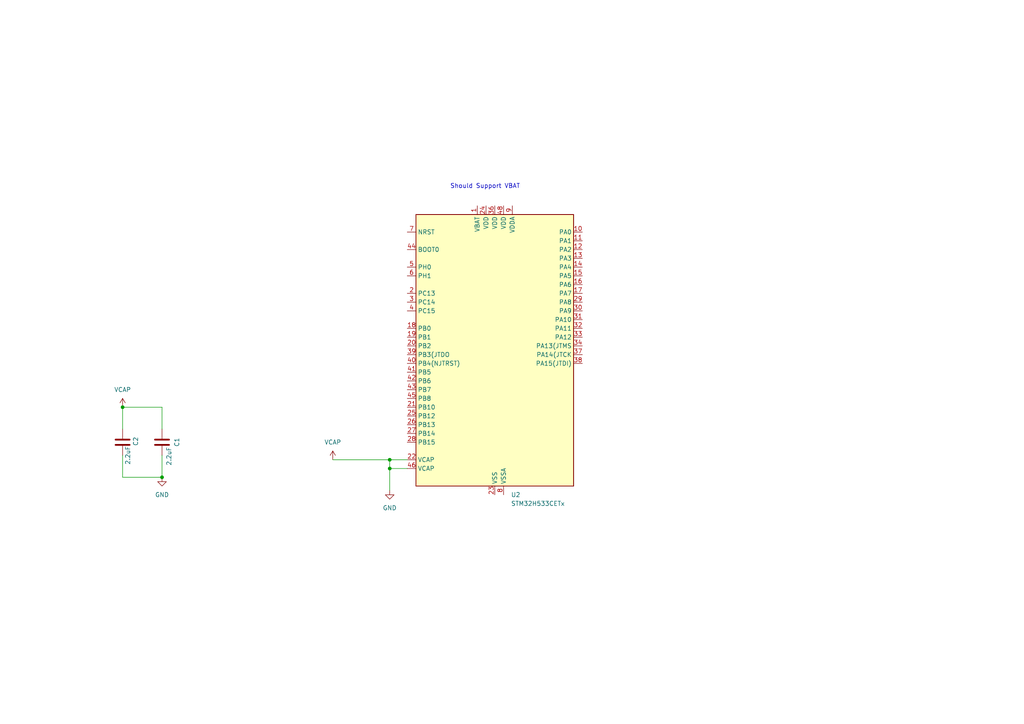
<source format=kicad_sch>
(kicad_sch
	(version 20250114)
	(generator "eeschema")
	(generator_version "9.0")
	(uuid "adae8a93-5b43-4ff1-a543-dd713c118f2c")
	(paper "A4")
	(lib_symbols
		(symbol "Device:C"
			(pin_numbers
				(hide yes)
			)
			(pin_names
				(offset 0.254)
			)
			(exclude_from_sim no)
			(in_bom yes)
			(on_board yes)
			(property "Reference" "C"
				(at 0.635 2.54 0)
				(effects
					(font
						(size 1.27 1.27)
					)
					(justify left)
				)
			)
			(property "Value" "C"
				(at 0.635 -2.54 0)
				(effects
					(font
						(size 1.27 1.27)
					)
					(justify left)
				)
			)
			(property "Footprint" ""
				(at 0.9652 -3.81 0)
				(effects
					(font
						(size 1.27 1.27)
					)
					(hide yes)
				)
			)
			(property "Datasheet" "~"
				(at 0 0 0)
				(effects
					(font
						(size 1.27 1.27)
					)
					(hide yes)
				)
			)
			(property "Description" "Unpolarized capacitor"
				(at 0 0 0)
				(effects
					(font
						(size 1.27 1.27)
					)
					(hide yes)
				)
			)
			(property "ki_keywords" "cap capacitor"
				(at 0 0 0)
				(effects
					(font
						(size 1.27 1.27)
					)
					(hide yes)
				)
			)
			(property "ki_fp_filters" "C_*"
				(at 0 0 0)
				(effects
					(font
						(size 1.27 1.27)
					)
					(hide yes)
				)
			)
			(symbol "C_0_1"
				(polyline
					(pts
						(xy -2.032 0.762) (xy 2.032 0.762)
					)
					(stroke
						(width 0.508)
						(type default)
					)
					(fill
						(type none)
					)
				)
				(polyline
					(pts
						(xy -2.032 -0.762) (xy 2.032 -0.762)
					)
					(stroke
						(width 0.508)
						(type default)
					)
					(fill
						(type none)
					)
				)
			)
			(symbol "C_1_1"
				(pin passive line
					(at 0 3.81 270)
					(length 2.794)
					(name "~"
						(effects
							(font
								(size 1.27 1.27)
							)
						)
					)
					(number "1"
						(effects
							(font
								(size 1.27 1.27)
							)
						)
					)
				)
				(pin passive line
					(at 0 -3.81 90)
					(length 2.794)
					(name "~"
						(effects
							(font
								(size 1.27 1.27)
							)
						)
					)
					(number "2"
						(effects
							(font
								(size 1.27 1.27)
							)
						)
					)
				)
			)
			(embedded_fonts no)
		)
		(symbol "MCU_ST_STM32H5:STM32H533CETx"
			(exclude_from_sim no)
			(in_bom yes)
			(on_board yes)
			(property "Reference" "U"
				(at -22.86 41.91 0)
				(effects
					(font
						(size 1.27 1.27)
					)
					(justify left)
				)
			)
			(property "Value" "STM32H533CETx"
				(at 7.62 41.91 0)
				(effects
					(font
						(size 1.27 1.27)
					)
					(justify left)
				)
			)
			(property "Footprint" "Package_QFP:LQFP-48_7x7mm_P0.5mm"
				(at -22.86 -38.1 0)
				(effects
					(font
						(size 1.27 1.27)
					)
					(justify right)
					(hide yes)
				)
			)
			(property "Datasheet" "https://www.st.com/resource/en/datasheet/stm32h533ce.pdf"
				(at 0 0 0)
				(effects
					(font
						(size 1.27 1.27)
					)
					(hide yes)
				)
			)
			(property "Description" "STMicroelectronics Arm Cortex-M33 MCU, 512KB flash, 272KB RAM, 35 GPIO, LQFP48"
				(at 0 0 0)
				(effects
					(font
						(size 1.27 1.27)
					)
					(hide yes)
				)
			)
			(property "ki_keywords" "Arm Cortex-M33 STM32H5 STM32H5x3"
				(at 0 0 0)
				(effects
					(font
						(size 1.27 1.27)
					)
					(hide yes)
				)
			)
			(property "ki_fp_filters" "LQFP*7x7mm*P0.5mm*"
				(at 0 0 0)
				(effects
					(font
						(size 1.27 1.27)
					)
					(hide yes)
				)
			)
			(symbol "STM32H533CETx_0_1"
				(rectangle
					(start -22.86 -38.1)
					(end 22.86 40.64)
					(stroke
						(width 0.254)
						(type default)
					)
					(fill
						(type background)
					)
				)
			)
			(symbol "STM32H533CETx_1_1"
				(pin input line
					(at -25.4 35.56 0)
					(length 2.54)
					(name "NRST"
						(effects
							(font
								(size 1.27 1.27)
							)
						)
					)
					(number "7"
						(effects
							(font
								(size 1.27 1.27)
							)
						)
					)
				)
				(pin input line
					(at -25.4 30.48 0)
					(length 2.54)
					(name "BOOT0"
						(effects
							(font
								(size 1.27 1.27)
							)
						)
					)
					(number "44"
						(effects
							(font
								(size 1.27 1.27)
							)
						)
					)
				)
				(pin bidirectional line
					(at -25.4 25.4 0)
					(length 2.54)
					(name "PH0"
						(effects
							(font
								(size 1.27 1.27)
							)
						)
					)
					(number "5"
						(effects
							(font
								(size 1.27 1.27)
							)
						)
					)
					(alternate "RCC_OSC_IN" bidirectional line)
				)
				(pin bidirectional line
					(at -25.4 22.86 0)
					(length 2.54)
					(name "PH1"
						(effects
							(font
								(size 1.27 1.27)
							)
						)
					)
					(number "6"
						(effects
							(font
								(size 1.27 1.27)
							)
						)
					)
					(alternate "RCC_OSC_OUT" bidirectional line)
				)
				(pin bidirectional line
					(at -25.4 17.78 0)
					(length 2.54)
					(name "PC13"
						(effects
							(font
								(size 1.27 1.27)
							)
						)
					)
					(number "2"
						(effects
							(font
								(size 1.27 1.27)
							)
						)
					)
					(alternate "PWR_WKUP4" bidirectional line)
					(alternate "RTC_OUT1" bidirectional line)
					(alternate "RTC_TS" bidirectional line)
					(alternate "TAMP_IN1" bidirectional line)
					(alternate "TAMP_OUT2" bidirectional line)
					(alternate "TAMP_OUT3" bidirectional line)
				)
				(pin bidirectional line
					(at -25.4 15.24 0)
					(length 2.54)
					(name "PC14"
						(effects
							(font
								(size 1.27 1.27)
							)
						)
					)
					(number "3"
						(effects
							(font
								(size 1.27 1.27)
							)
						)
					)
					(alternate "RCC_OSC32_IN" bidirectional line)
				)
				(pin bidirectional line
					(at -25.4 12.7 0)
					(length 2.54)
					(name "PC15"
						(effects
							(font
								(size 1.27 1.27)
							)
						)
					)
					(number "4"
						(effects
							(font
								(size 1.27 1.27)
							)
						)
					)
					(alternate "ADC1_EXTI15" bidirectional line)
					(alternate "ADC2_EXTI15" bidirectional line)
					(alternate "RCC_OSC32_OUT" bidirectional line)
				)
				(pin bidirectional line
					(at -25.4 7.62 0)
					(length 2.54)
					(name "PB0"
						(effects
							(font
								(size 1.27 1.27)
							)
						)
					)
					(number "18"
						(effects
							(font
								(size 1.27 1.27)
							)
						)
					)
					(alternate "ADC1_INN5" bidirectional line)
					(alternate "ADC1_INP9" bidirectional line)
					(alternate "ADC2_INN5" bidirectional line)
					(alternate "ADC2_INP9" bidirectional line)
					(alternate "I2S3_SDI" bidirectional line)
					(alternate "OCTOSPI1_IO1" bidirectional line)
					(alternate "SPI3_MISO" bidirectional line)
					(alternate "TIM1_CH2N" bidirectional line)
					(alternate "TIM3_CH3" bidirectional line)
					(alternate "TIM8_CH2N" bidirectional line)
					(alternate "UART4_CTS" bidirectional line)
					(alternate "USART2_TX" bidirectional line)
				)
				(pin bidirectional line
					(at -25.4 5.08 0)
					(length 2.54)
					(name "PB1"
						(effects
							(font
								(size 1.27 1.27)
							)
						)
					)
					(number "19"
						(effects
							(font
								(size 1.27 1.27)
							)
						)
					)
					(alternate "ADC1_INP5" bidirectional line)
					(alternate "ADC2_INP5" bidirectional line)
					(alternate "I2S2_WS" bidirectional line)
					(alternate "OCTOSPI1_IO0" bidirectional line)
					(alternate "SPI2_NSS" bidirectional line)
					(alternate "SPI3_SCK" bidirectional line)
					(alternate "TIM1_CH3N" bidirectional line)
					(alternate "TIM3_CH4" bidirectional line)
					(alternate "TIM8_CH3N" bidirectional line)
					(alternate "USART3_RX" bidirectional line)
				)
				(pin bidirectional line
					(at -25.4 2.54 0)
					(length 2.54)
					(name "PB2"
						(effects
							(font
								(size 1.27 1.27)
							)
						)
					)
					(number "20"
						(effects
							(font
								(size 1.27 1.27)
							)
						)
					)
					(alternate "I2S2_CK" bidirectional line)
					(alternate "I2S3_SDO" bidirectional line)
					(alternate "LPTIM1_CH1" bidirectional line)
					(alternate "OCTOSPI1_CLK" bidirectional line)
					(alternate "OCTOSPI1_DQS" bidirectional line)
					(alternate "RCC_LSCO" bidirectional line)
					(alternate "RTC_OUT2" bidirectional line)
					(alternate "SPI1_RDY" bidirectional line)
					(alternate "SPI2_SCK" bidirectional line)
					(alternate "SPI3_MOSI" bidirectional line)
					(alternate "TIM8_CH4N" bidirectional line)
				)
				(pin bidirectional line
					(at -25.4 0 0)
					(length 2.54)
					(name "PB3(JTDO"
						(effects
							(font
								(size 1.27 1.27)
							)
						)
					)
					(number "39"
						(effects
							(font
								(size 1.27 1.27)
							)
						)
					)
					(alternate "CRS_SYNC" bidirectional line)
					(alternate "DEBUG_JTDO-SWO" bidirectional line)
					(alternate "FDCAN2_TX" bidirectional line)
					(alternate "I2C2_SDA" bidirectional line)
					(alternate "I2S1_CK" bidirectional line)
					(alternate "I2S3_CK" bidirectional line)
					(alternate "I3C2_SCL" bidirectional line)
					(alternate "LPUART1_TX" bidirectional line)
					(alternate "SPI1_SCK" bidirectional line)
					(alternate "SPI3_SCK" bidirectional line)
					(alternate "TIM2_CH2" bidirectional line)
					(alternate "UART5_TX" bidirectional line)
				)
				(pin bidirectional line
					(at -25.4 -2.54 0)
					(length 2.54)
					(name "PB4(NJTRST)"
						(effects
							(font
								(size 1.27 1.27)
							)
						)
					)
					(number "40"
						(effects
							(font
								(size 1.27 1.27)
							)
						)
					)
					(alternate "DEBUG_NJTRST" bidirectional line)
					(alternate "I2C3_SDA" bidirectional line)
					(alternate "I2S1_SDI" bidirectional line)
					(alternate "I2S2_WS" bidirectional line)
					(alternate "I2S3_SDI" bidirectional line)
					(alternate "I3C2_SDA" bidirectional line)
					(alternate "LPTIM1_CH2" bidirectional line)
					(alternate "OCTOSPI1_CLK" bidirectional line)
					(alternate "SPI1_MISO" bidirectional line)
					(alternate "SPI2_NSS" bidirectional line)
					(alternate "SPI3_MISO" bidirectional line)
					(alternate "TIM3_CH1" bidirectional line)
				)
				(pin bidirectional line
					(at -25.4 -5.08 0)
					(length 2.54)
					(name "PB5"
						(effects
							(font
								(size 1.27 1.27)
							)
						)
					)
					(number "41"
						(effects
							(font
								(size 1.27 1.27)
							)
						)
					)
					(alternate "FDCAN2_RX" bidirectional line)
					(alternate "I2C1_SMBA" bidirectional line)
					(alternate "I2S1_SDO" bidirectional line)
					(alternate "I2S3_SDO" bidirectional line)
					(alternate "I3C2_SCL" bidirectional line)
					(alternate "OCTOSPI1_NCLK" bidirectional line)
					(alternate "SPI1_MOSI" bidirectional line)
					(alternate "SPI3_MOSI" bidirectional line)
					(alternate "TIM3_CH2" bidirectional line)
					(alternate "UART5_RX" bidirectional line)
				)
				(pin bidirectional line
					(at -25.4 -7.62 0)
					(length 2.54)
					(name "PB6"
						(effects
							(font
								(size 1.27 1.27)
							)
						)
					)
					(number "42"
						(effects
							(font
								(size 1.27 1.27)
							)
						)
					)
					(alternate "CEC" bidirectional line)
					(alternate "FDCAN2_TX" bidirectional line)
					(alternate "I2C1_SCL" bidirectional line)
					(alternate "I3C1_SCL" bidirectional line)
					(alternate "LPUART1_TX" bidirectional line)
					(alternate "OCTOSPI1_NCS" bidirectional line)
					(alternate "TIM4_CH1" bidirectional line)
					(alternate "UART5_TX" bidirectional line)
					(alternate "USART1_TX" bidirectional line)
				)
				(pin bidirectional line
					(at -25.4 -10.16 0)
					(length 2.54)
					(name "PB7"
						(effects
							(font
								(size 1.27 1.27)
							)
						)
					)
					(number "43"
						(effects
							(font
								(size 1.27 1.27)
							)
						)
					)
					(alternate "FDCAN1_TX" bidirectional line)
					(alternate "I2C1_SDA" bidirectional line)
					(alternate "I3C1_SDA" bidirectional line)
					(alternate "LPUART1_RX" bidirectional line)
					(alternate "PWR_WKUP5" bidirectional line)
					(alternate "SPI4_MISO" bidirectional line)
					(alternate "TIM4_CH2" bidirectional line)
					(alternate "USART1_RX" bidirectional line)
				)
				(pin bidirectional line
					(at -25.4 -12.7 0)
					(length 2.54)
					(name "PB8"
						(effects
							(font
								(size 1.27 1.27)
							)
						)
					)
					(number "45"
						(effects
							(font
								(size 1.27 1.27)
							)
						)
					)
					(alternate "FDCAN1_RX" bidirectional line)
					(alternate "I2C1_SCL" bidirectional line)
					(alternate "I2S3_WS" bidirectional line)
					(alternate "I3C1_SCL" bidirectional line)
					(alternate "SPI3_NSS" bidirectional line)
					(alternate "SPI4_RDY" bidirectional line)
					(alternate "TIM4_CH3" bidirectional line)
					(alternate "UART4_RX" bidirectional line)
				)
				(pin bidirectional line
					(at -25.4 -15.24 0)
					(length 2.54)
					(name "PB10"
						(effects
							(font
								(size 1.27 1.27)
							)
						)
					)
					(number "21"
						(effects
							(font
								(size 1.27 1.27)
							)
						)
					)
					(alternate "I2C2_SCL" bidirectional line)
					(alternate "I2S2_CK" bidirectional line)
					(alternate "LPTIM2_IN1" bidirectional line)
					(alternate "OCTOSPI1_NCS" bidirectional line)
					(alternate "SPI2_SCK" bidirectional line)
					(alternate "TIM2_CH3" bidirectional line)
					(alternate "TIM8_CH1" bidirectional line)
					(alternate "USART3_TX" bidirectional line)
				)
				(pin bidirectional line
					(at -25.4 -17.78 0)
					(length 2.54)
					(name "PB12"
						(effects
							(font
								(size 1.27 1.27)
							)
						)
					)
					(number "25"
						(effects
							(font
								(size 1.27 1.27)
							)
						)
					)
					(alternate "FDCAN2_RX" bidirectional line)
					(alternate "I2C2_SDA" bidirectional line)
					(alternate "I2S2_WS" bidirectional line)
					(alternate "OCTOSPI1_NCLK" bidirectional line)
					(alternate "SPI2_NSS" bidirectional line)
					(alternate "TIM1_BKIN" bidirectional line)
					(alternate "TIM8_CH3" bidirectional line)
					(alternate "UART5_RX" bidirectional line)
					(alternate "UCPD1_FRSTX" bidirectional line)
					(alternate "USART3_CK" bidirectional line)
				)
				(pin bidirectional line
					(at -25.4 -20.32 0)
					(length 2.54)
					(name "PB13"
						(effects
							(font
								(size 1.27 1.27)
							)
						)
					)
					(number "26"
						(effects
							(font
								(size 1.27 1.27)
							)
						)
					)
					(alternate "FDCAN2_TX" bidirectional line)
					(alternate "I2C2_SMBA" bidirectional line)
					(alternate "I2S2_CK" bidirectional line)
					(alternate "LPTIM2_CH1" bidirectional line)
					(alternate "LPUART1_RX" bidirectional line)
					(alternate "SPI2_SCK" bidirectional line)
					(alternate "TIM1_CH1N" bidirectional line)
					(alternate "TIM8_CH2" bidirectional line)
					(alternate "UART5_TX" bidirectional line)
					(alternate "UCPD1_CC1" bidirectional line)
					(alternate "USART3_CTS" bidirectional line)
					(alternate "USART3_NSS" bidirectional line)
				)
				(pin bidirectional line
					(at -25.4 -22.86 0)
					(length 2.54)
					(name "PB14"
						(effects
							(font
								(size 1.27 1.27)
							)
						)
					)
					(number "27"
						(effects
							(font
								(size 1.27 1.27)
							)
						)
					)
					(alternate "I2S2_SDI" bidirectional line)
					(alternate "SPI2_MISO" bidirectional line)
					(alternate "TIM12_CH1" bidirectional line)
					(alternate "TIM1_CH2N" bidirectional line)
					(alternate "TIM8_CH2N" bidirectional line)
					(alternate "UART4_DE" bidirectional line)
					(alternate "UART4_RTS" bidirectional line)
					(alternate "UCPD1_CC2" bidirectional line)
					(alternate "USART1_TX" bidirectional line)
					(alternate "USART3_DE" bidirectional line)
					(alternate "USART3_RTS" bidirectional line)
				)
				(pin bidirectional line
					(at -25.4 -25.4 0)
					(length 2.54)
					(name "PB15"
						(effects
							(font
								(size 1.27 1.27)
							)
						)
					)
					(number "28"
						(effects
							(font
								(size 1.27 1.27)
							)
						)
					)
					(alternate "ADC1_EXTI15" bidirectional line)
					(alternate "ADC2_EXTI15" bidirectional line)
					(alternate "I2S1_SDO" bidirectional line)
					(alternate "I2S2_SDO" bidirectional line)
					(alternate "OCTOSPI1_CLK" bidirectional line)
					(alternate "PWR_PVD_IN" bidirectional line)
					(alternate "RTC_REFIN" bidirectional line)
					(alternate "SPI1_MOSI" bidirectional line)
					(alternate "SPI2_MOSI" bidirectional line)
					(alternate "TIM12_CH2" bidirectional line)
					(alternate "TIM1_CH3N" bidirectional line)
					(alternate "TIM8_CH3N" bidirectional line)
					(alternate "UART4_CTS" bidirectional line)
					(alternate "UART5_RX" bidirectional line)
					(alternate "USART1_RX" bidirectional line)
				)
				(pin power_out line
					(at -25.4 -30.48 0)
					(length 2.54)
					(name "VCAP"
						(effects
							(font
								(size 1.27 1.27)
							)
						)
					)
					(number "22"
						(effects
							(font
								(size 1.27 1.27)
							)
						)
					)
				)
				(pin power_out line
					(at -25.4 -33.02 0)
					(length 2.54)
					(name "VCAP"
						(effects
							(font
								(size 1.27 1.27)
							)
						)
					)
					(number "46"
						(effects
							(font
								(size 1.27 1.27)
							)
						)
					)
				)
				(pin power_in line
					(at -5.08 43.18 270)
					(length 2.54)
					(name "VBAT"
						(effects
							(font
								(size 1.27 1.27)
							)
						)
					)
					(number "1"
						(effects
							(font
								(size 1.27 1.27)
							)
						)
					)
				)
				(pin power_in line
					(at -2.54 43.18 270)
					(length 2.54)
					(name "VDD"
						(effects
							(font
								(size 1.27 1.27)
							)
						)
					)
					(number "24"
						(effects
							(font
								(size 1.27 1.27)
							)
						)
					)
				)
				(pin power_in line
					(at 0 43.18 270)
					(length 2.54)
					(name "VDD"
						(effects
							(font
								(size 1.27 1.27)
							)
						)
					)
					(number "36"
						(effects
							(font
								(size 1.27 1.27)
							)
						)
					)
				)
				(pin power_in line
					(at 0 -40.64 90)
					(length 2.54)
					(name "VSS"
						(effects
							(font
								(size 1.27 1.27)
							)
						)
					)
					(number "23"
						(effects
							(font
								(size 1.27 1.27)
							)
						)
					)
				)
				(pin passive line
					(at 0 -40.64 90)
					(length 2.54)
					(hide yes)
					(name "VSS"
						(effects
							(font
								(size 1.27 1.27)
							)
						)
					)
					(number "35"
						(effects
							(font
								(size 1.27 1.27)
							)
						)
					)
				)
				(pin passive line
					(at 0 -40.64 90)
					(length 2.54)
					(hide yes)
					(name "VSS"
						(effects
							(font
								(size 1.27 1.27)
							)
						)
					)
					(number "47"
						(effects
							(font
								(size 1.27 1.27)
							)
						)
					)
				)
				(pin power_in line
					(at 2.54 43.18 270)
					(length 2.54)
					(name "VDD"
						(effects
							(font
								(size 1.27 1.27)
							)
						)
					)
					(number "48"
						(effects
							(font
								(size 1.27 1.27)
							)
						)
					)
				)
				(pin power_in line
					(at 2.54 -40.64 90)
					(length 2.54)
					(name "VSSA"
						(effects
							(font
								(size 1.27 1.27)
							)
						)
					)
					(number "8"
						(effects
							(font
								(size 1.27 1.27)
							)
						)
					)
				)
				(pin power_in line
					(at 5.08 43.18 270)
					(length 2.54)
					(name "VDDA"
						(effects
							(font
								(size 1.27 1.27)
							)
						)
					)
					(number "9"
						(effects
							(font
								(size 1.27 1.27)
							)
						)
					)
				)
				(pin bidirectional line
					(at 25.4 35.56 180)
					(length 2.54)
					(name "PA0"
						(effects
							(font
								(size 1.27 1.27)
							)
						)
					)
					(number "10"
						(effects
							(font
								(size 1.27 1.27)
							)
						)
					)
					(alternate "ADC1_INN1" bidirectional line)
					(alternate "ADC1_INP0" bidirectional line)
					(alternate "ADC2_INN1" bidirectional line)
					(alternate "ADC2_INP0" bidirectional line)
					(alternate "FDCAN2_RX" bidirectional line)
					(alternate "PWR_WKUP1" bidirectional line)
					(alternate "SPI3_RDY" bidirectional line)
					(alternate "SPI4_SCK" bidirectional line)
					(alternate "TAMP_IN2" bidirectional line)
					(alternate "TAMP_OUT1" bidirectional line)
					(alternate "TIM15_BKIN" bidirectional line)
					(alternate "TIM2_CH1" bidirectional line)
					(alternate "TIM2_ETR" bidirectional line)
					(alternate "TIM5_CH1" bidirectional line)
					(alternate "TIM8_ETR" bidirectional line)
					(alternate "UART4_TX" bidirectional line)
					(alternate "USART2_CTS" bidirectional line)
					(alternate "USART2_NSS" bidirectional line)
				)
				(pin bidirectional line
					(at 25.4 33.02 180)
					(length 2.54)
					(name "PA1"
						(effects
							(font
								(size 1.27 1.27)
							)
						)
					)
					(number "11"
						(effects
							(font
								(size 1.27 1.27)
							)
						)
					)
					(alternate "ADC1_INP1" bidirectional line)
					(alternate "ADC2_INP1" bidirectional line)
					(alternate "LPTIM1_IN1" bidirectional line)
					(alternate "OCTOSPI1_DQS" bidirectional line)
					(alternate "OCTOSPI1_IO3" bidirectional line)
					(alternate "TAMP_IN5" bidirectional line)
					(alternate "TAMP_OUT4" bidirectional line)
					(alternate "TIM15_CH1N" bidirectional line)
					(alternate "TIM2_CH2" bidirectional line)
					(alternate "TIM5_CH2" bidirectional line)
					(alternate "UART4_RX" bidirectional line)
					(alternate "USART2_DE" bidirectional line)
					(alternate "USART2_RTS" bidirectional line)
				)
				(pin bidirectional line
					(at 25.4 30.48 180)
					(length 2.54)
					(name "PA2"
						(effects
							(font
								(size 1.27 1.27)
							)
						)
					)
					(number "12"
						(effects
							(font
								(size 1.27 1.27)
							)
						)
					)
					(alternate "ADC1_INP14" bidirectional line)
					(alternate "ADC2_INP14" bidirectional line)
					(alternate "LPTIM1_IN2" bidirectional line)
					(alternate "LPUART1_TX" bidirectional line)
					(alternate "PWR_WKUP2" bidirectional line)
					(alternate "TAMP_IN4" bidirectional line)
					(alternate "TAMP_OUT3" bidirectional line)
					(alternate "TIM15_CH1" bidirectional line)
					(alternate "TIM2_CH3" bidirectional line)
					(alternate "TIM5_CH3" bidirectional line)
					(alternate "USART2_TX" bidirectional line)
				)
				(pin bidirectional line
					(at 25.4 27.94 180)
					(length 2.54)
					(name "PA3"
						(effects
							(font
								(size 1.27 1.27)
							)
						)
					)
					(number "13"
						(effects
							(font
								(size 1.27 1.27)
							)
						)
					)
					(alternate "ADC1_INP15" bidirectional line)
					(alternate "ADC2_INP15" bidirectional line)
					(alternate "I2S2_WS" bidirectional line)
					(alternate "I2S3_SDO" bidirectional line)
					(alternate "OCTOSPI1_CLK" bidirectional line)
					(alternate "SPI2_NSS" bidirectional line)
					(alternate "SPI3_MOSI" bidirectional line)
					(alternate "TIM15_CH2" bidirectional line)
					(alternate "TIM2_CH4" bidirectional line)
					(alternate "TIM5_CH4" bidirectional line)
					(alternate "USART2_RX" bidirectional line)
				)
				(pin bidirectional line
					(at 25.4 25.4 180)
					(length 2.54)
					(name "PA4"
						(effects
							(font
								(size 1.27 1.27)
							)
						)
					)
					(number "14"
						(effects
							(font
								(size 1.27 1.27)
							)
						)
					)
					(alternate "ADC1_INP18" bidirectional line)
					(alternate "ADC2_INP18" bidirectional line)
					(alternate "DAC1_OUT1" bidirectional line)
					(alternate "I2S1_WS" bidirectional line)
					(alternate "I2S3_SDO" bidirectional line)
					(alternate "I2S3_WS" bidirectional line)
					(alternate "LPTIM2_CH1" bidirectional line)
					(alternate "SPI1_NSS" bidirectional line)
					(alternate "SPI3_MOSI" bidirectional line)
					(alternate "SPI3_NSS" bidirectional line)
					(alternate "TIM5_ETR" bidirectional line)
					(alternate "USART2_CK" bidirectional line)
				)
				(pin bidirectional line
					(at 25.4 22.86 180)
					(length 2.54)
					(name "PA5"
						(effects
							(font
								(size 1.27 1.27)
							)
						)
					)
					(number "15"
						(effects
							(font
								(size 1.27 1.27)
							)
						)
					)
					(alternate "ADC1_INN18" bidirectional line)
					(alternate "ADC1_INP19" bidirectional line)
					(alternate "ADC2_INN18" bidirectional line)
					(alternate "ADC2_INP19" bidirectional line)
					(alternate "DAC1_OUT2" bidirectional line)
					(alternate "I2S1_CK" bidirectional line)
					(alternate "SPI1_SCK" bidirectional line)
					(alternate "TIM2_CH1" bidirectional line)
					(alternate "TIM2_ETR" bidirectional line)
					(alternate "TIM8_CH1N" bidirectional line)
				)
				(pin bidirectional line
					(at 25.4 20.32 180)
					(length 2.54)
					(name "PA6"
						(effects
							(font
								(size 1.27 1.27)
							)
						)
					)
					(number "16"
						(effects
							(font
								(size 1.27 1.27)
							)
						)
					)
					(alternate "ADC1_INP3" bidirectional line)
					(alternate "ADC2_INP3" bidirectional line)
					(alternate "I2S1_SDI" bidirectional line)
					(alternate "OCTOSPI1_IO3" bidirectional line)
					(alternate "SPI1_MISO" bidirectional line)
					(alternate "TIM1_BKIN" bidirectional line)
					(alternate "TIM3_CH1" bidirectional line)
					(alternate "TIM8_BKIN" bidirectional line)
				)
				(pin bidirectional line
					(at 25.4 17.78 180)
					(length 2.54)
					(name "PA7"
						(effects
							(font
								(size 1.27 1.27)
							)
						)
					)
					(number "17"
						(effects
							(font
								(size 1.27 1.27)
							)
						)
					)
					(alternate "ADC1_INN3" bidirectional line)
					(alternate "ADC1_INP7" bidirectional line)
					(alternate "ADC2_INN3" bidirectional line)
					(alternate "ADC2_INP7" bidirectional line)
					(alternate "I2S1_SDO" bidirectional line)
					(alternate "OCTOSPI1_IO2" bidirectional line)
					(alternate "SPI1_MOSI" bidirectional line)
					(alternate "TIM1_CH1N" bidirectional line)
					(alternate "TIM3_CH2" bidirectional line)
					(alternate "TIM8_CH1N" bidirectional line)
				)
				(pin bidirectional line
					(at 25.4 15.24 180)
					(length 2.54)
					(name "PA8"
						(effects
							(font
								(size 1.27 1.27)
							)
						)
					)
					(number "29"
						(effects
							(font
								(size 1.27 1.27)
							)
						)
					)
					(alternate "I2C3_SCL" bidirectional line)
					(alternate "I3C2_SCL" bidirectional line)
					(alternate "RCC_MCO_1" bidirectional line)
					(alternate "SPI1_RDY" bidirectional line)
					(alternate "SPI4_MOSI" bidirectional line)
					(alternate "TIM1_CH1" bidirectional line)
					(alternate "TIM8_BKIN2" bidirectional line)
					(alternate "USART1_CK" bidirectional line)
					(alternate "USB_SOF" bidirectional line)
				)
				(pin bidirectional line
					(at 25.4 12.7 180)
					(length 2.54)
					(name "PA9"
						(effects
							(font
								(size 1.27 1.27)
							)
						)
					)
					(number "30"
						(effects
							(font
								(size 1.27 1.27)
							)
						)
					)
					(alternate "DAC1_EXTI9" bidirectional line)
					(alternate "I2C3_SMBA" bidirectional line)
					(alternate "I2S2_CK" bidirectional line)
					(alternate "LPUART1_TX" bidirectional line)
					(alternate "SPI2_SCK" bidirectional line)
					(alternate "TIM1_CH2" bidirectional line)
					(alternate "UCPD1_DB1" bidirectional line)
					(alternate "USART1_TX" bidirectional line)
				)
				(pin bidirectional line
					(at 25.4 10.16 180)
					(length 2.54)
					(name "PA10"
						(effects
							(font
								(size 1.27 1.27)
							)
						)
					)
					(number "31"
						(effects
							(font
								(size 1.27 1.27)
							)
						)
					)
					(alternate "FDCAN2_TX" bidirectional line)
					(alternate "LPTIM2_IN2" bidirectional line)
					(alternate "LPUART1_RX" bidirectional line)
					(alternate "TIM1_CH3" bidirectional line)
					(alternate "UCPD1_FRSTX" bidirectional line)
					(alternate "USART1_RX" bidirectional line)
				)
				(pin bidirectional line
					(at 25.4 7.62 180)
					(length 2.54)
					(name "PA11"
						(effects
							(font
								(size 1.27 1.27)
							)
						)
					)
					(number "32"
						(effects
							(font
								(size 1.27 1.27)
							)
						)
					)
					(alternate "ADC1_EXTI11" bidirectional line)
					(alternate "ADC2_EXTI11" bidirectional line)
					(alternate "FDCAN1_RX" bidirectional line)
					(alternate "I2S2_WS" bidirectional line)
					(alternate "LPUART1_CTS" bidirectional line)
					(alternate "SPI2_NSS" bidirectional line)
					(alternate "TIM1_CH4" bidirectional line)
					(alternate "UART4_RX" bidirectional line)
					(alternate "USART1_CTS" bidirectional line)
					(alternate "USART1_NSS" bidirectional line)
					(alternate "USB_DM" bidirectional line)
				)
				(pin bidirectional line
					(at 25.4 5.08 180)
					(length 2.54)
					(name "PA12"
						(effects
							(font
								(size 1.27 1.27)
							)
						)
					)
					(number "33"
						(effects
							(font
								(size 1.27 1.27)
							)
						)
					)
					(alternate "FDCAN1_TX" bidirectional line)
					(alternate "I2S2_CK" bidirectional line)
					(alternate "LPUART1_DE" bidirectional line)
					(alternate "LPUART1_RTS" bidirectional line)
					(alternate "SPI2_SCK" bidirectional line)
					(alternate "TIM1_ETR" bidirectional line)
					(alternate "UART4_TX" bidirectional line)
					(alternate "USART1_DE" bidirectional line)
					(alternate "USART1_RTS" bidirectional line)
					(alternate "USB_DP" bidirectional line)
				)
				(pin bidirectional line
					(at 25.4 2.54 180)
					(length 2.54)
					(name "PA13(JTMS"
						(effects
							(font
								(size 1.27 1.27)
							)
						)
					)
					(number "34"
						(effects
							(font
								(size 1.27 1.27)
							)
						)
					)
					(alternate "DEBUG_JTMS-SWDIO" bidirectional line)
				)
				(pin bidirectional line
					(at 25.4 0 180)
					(length 2.54)
					(name "PA14(JTCK"
						(effects
							(font
								(size 1.27 1.27)
							)
						)
					)
					(number "37"
						(effects
							(font
								(size 1.27 1.27)
							)
						)
					)
					(alternate "DEBUG_JTCK-SWCLK" bidirectional line)
				)
				(pin bidirectional line
					(at 25.4 -2.54 180)
					(length 2.54)
					(name "PA15(JTDI)"
						(effects
							(font
								(size 1.27 1.27)
							)
						)
					)
					(number "38"
						(effects
							(font
								(size 1.27 1.27)
							)
						)
					)
					(alternate "ADC1_EXTI15" bidirectional line)
					(alternate "ADC2_EXTI15" bidirectional line)
					(alternate "CEC" bidirectional line)
					(alternate "DEBUG_JTDI" bidirectional line)
					(alternate "I2S1_WS" bidirectional line)
					(alternate "I2S3_WS" bidirectional line)
					(alternate "OCTOSPI1_NCS" bidirectional line)
					(alternate "SPI1_NSS" bidirectional line)
					(alternate "SPI3_NSS" bidirectional line)
					(alternate "TIM2_CH1" bidirectional line)
					(alternate "TIM2_ETR" bidirectional line)
					(alternate "UART4_DE" bidirectional line)
					(alternate "UART4_RTS" bidirectional line)
					(alternate "USART1_TX" bidirectional line)
				)
			)
			(embedded_fonts no)
		)
		(symbol "power:+3V3"
			(power)
			(pin_numbers
				(hide yes)
			)
			(pin_names
				(offset 0)
				(hide yes)
			)
			(exclude_from_sim no)
			(in_bom yes)
			(on_board yes)
			(property "Reference" "#PWR"
				(at 0 -3.81 0)
				(effects
					(font
						(size 1.27 1.27)
					)
					(hide yes)
				)
			)
			(property "Value" "+3V3"
				(at 0 3.556 0)
				(effects
					(font
						(size 1.27 1.27)
					)
				)
			)
			(property "Footprint" ""
				(at 0 0 0)
				(effects
					(font
						(size 1.27 1.27)
					)
					(hide yes)
				)
			)
			(property "Datasheet" ""
				(at 0 0 0)
				(effects
					(font
						(size 1.27 1.27)
					)
					(hide yes)
				)
			)
			(property "Description" "Power symbol creates a global label with name \"+3V3\""
				(at 0 0 0)
				(effects
					(font
						(size 1.27 1.27)
					)
					(hide yes)
				)
			)
			(property "ki_keywords" "global power"
				(at 0 0 0)
				(effects
					(font
						(size 1.27 1.27)
					)
					(hide yes)
				)
			)
			(symbol "+3V3_0_1"
				(polyline
					(pts
						(xy -0.762 1.27) (xy 0 2.54)
					)
					(stroke
						(width 0)
						(type default)
					)
					(fill
						(type none)
					)
				)
				(polyline
					(pts
						(xy 0 2.54) (xy 0.762 1.27)
					)
					(stroke
						(width 0)
						(type default)
					)
					(fill
						(type none)
					)
				)
				(polyline
					(pts
						(xy 0 0) (xy 0 2.54)
					)
					(stroke
						(width 0)
						(type default)
					)
					(fill
						(type none)
					)
				)
			)
			(symbol "+3V3_1_1"
				(pin power_in line
					(at 0 0 90)
					(length 0)
					(name "~"
						(effects
							(font
								(size 1.27 1.27)
							)
						)
					)
					(number "1"
						(effects
							(font
								(size 1.27 1.27)
							)
						)
					)
				)
			)
			(embedded_fonts no)
		)
		(symbol "power:GND"
			(power)
			(pin_numbers
				(hide yes)
			)
			(pin_names
				(offset 0)
				(hide yes)
			)
			(exclude_from_sim no)
			(in_bom yes)
			(on_board yes)
			(property "Reference" "#PWR"
				(at 0 -6.35 0)
				(effects
					(font
						(size 1.27 1.27)
					)
					(hide yes)
				)
			)
			(property "Value" "GND"
				(at 0 -3.81 0)
				(effects
					(font
						(size 1.27 1.27)
					)
				)
			)
			(property "Footprint" ""
				(at 0 0 0)
				(effects
					(font
						(size 1.27 1.27)
					)
					(hide yes)
				)
			)
			(property "Datasheet" ""
				(at 0 0 0)
				(effects
					(font
						(size 1.27 1.27)
					)
					(hide yes)
				)
			)
			(property "Description" "Power symbol creates a global label with name \"GND\" , ground"
				(at 0 0 0)
				(effects
					(font
						(size 1.27 1.27)
					)
					(hide yes)
				)
			)
			(property "ki_keywords" "global power"
				(at 0 0 0)
				(effects
					(font
						(size 1.27 1.27)
					)
					(hide yes)
				)
			)
			(symbol "GND_0_1"
				(polyline
					(pts
						(xy 0 0) (xy 0 -1.27) (xy 1.27 -1.27) (xy 0 -2.54) (xy -1.27 -1.27) (xy 0 -1.27)
					)
					(stroke
						(width 0)
						(type default)
					)
					(fill
						(type none)
					)
				)
			)
			(symbol "GND_1_1"
				(pin power_in line
					(at 0 0 270)
					(length 0)
					(name "~"
						(effects
							(font
								(size 1.27 1.27)
							)
						)
					)
					(number "1"
						(effects
							(font
								(size 1.27 1.27)
							)
						)
					)
				)
			)
			(embedded_fonts no)
		)
	)
	(text "Should Support VBAT"
		(exclude_from_sim no)
		(at 140.716 54.102 0)
		(effects
			(font
				(size 1.27 1.27)
			)
		)
		(uuid "5723bcc3-05db-4e5e-a697-1ec310cbdc62")
	)
	(junction
		(at 35.56 118.11)
		(diameter 0)
		(color 0 0 0 0)
		(uuid "68b825eb-ffd2-4957-9d31-7684a9acf76e")
	)
	(junction
		(at 113.03 133.35)
		(diameter 0)
		(color 0 0 0 0)
		(uuid "98e27721-e88d-4eea-9989-feb331cfef26")
	)
	(junction
		(at 113.03 135.89)
		(diameter 0)
		(color 0 0 0 0)
		(uuid "b55b906a-b1bd-47fd-b944-0213829bce7e")
	)
	(junction
		(at 46.99 138.43)
		(diameter 0)
		(color 0 0 0 0)
		(uuid "c82c355c-edda-475f-9c6a-222092bd9077")
	)
	(wire
		(pts
			(xy 46.99 118.11) (xy 46.99 124.46)
		)
		(stroke
			(width 0)
			(type default)
		)
		(uuid "067368f8-0182-4878-a29d-6e6c1ba09d9a")
	)
	(wire
		(pts
			(xy 113.03 135.89) (xy 113.03 142.24)
		)
		(stroke
			(width 0)
			(type default)
		)
		(uuid "165739c7-910c-47a0-a72d-6fe0d7d8f6b6")
	)
	(wire
		(pts
			(xy 46.99 132.08) (xy 46.99 138.43)
		)
		(stroke
			(width 0)
			(type default)
		)
		(uuid "230bc7be-0bc5-4692-ae48-75621e8f3e6c")
	)
	(wire
		(pts
			(xy 113.03 135.89) (xy 118.11 135.89)
		)
		(stroke
			(width 0)
			(type default)
		)
		(uuid "38847b84-050c-41e5-ab95-5420d0642f26")
	)
	(wire
		(pts
			(xy 35.56 138.43) (xy 46.99 138.43)
		)
		(stroke
			(width 0)
			(type default)
		)
		(uuid "3beebb37-171d-4f98-aad8-4ce9ffd65210")
	)
	(wire
		(pts
			(xy 113.03 133.35) (xy 118.11 133.35)
		)
		(stroke
			(width 0)
			(type default)
		)
		(uuid "409ff7aa-e9df-42eb-8094-734debae85ae")
	)
	(wire
		(pts
			(xy 113.03 133.35) (xy 113.03 135.89)
		)
		(stroke
			(width 0)
			(type default)
		)
		(uuid "4102e815-afc5-4640-aac3-33bdfc3dce0d")
	)
	(wire
		(pts
			(xy 35.56 132.08) (xy 35.56 138.43)
		)
		(stroke
			(width 0)
			(type default)
		)
		(uuid "6a7a4789-7e72-432c-a49e-54d9708f88e5")
	)
	(wire
		(pts
			(xy 96.52 133.35) (xy 113.03 133.35)
		)
		(stroke
			(width 0)
			(type default)
		)
		(uuid "a8eb632e-efa6-4684-8e28-a27a122c7459")
	)
	(wire
		(pts
			(xy 35.56 124.46) (xy 35.56 118.11)
		)
		(stroke
			(width 0)
			(type default)
		)
		(uuid "c32fce6f-7068-447f-a547-6d83dc01dc5c")
	)
	(wire
		(pts
			(xy 35.56 118.11) (xy 46.99 118.11)
		)
		(stroke
			(width 0)
			(type default)
		)
		(uuid "eceb825b-7ec5-4b81-a3c4-0c0c71dab9d3")
	)
	(symbol
		(lib_id "Device:C")
		(at 35.56 128.27 180)
		(unit 1)
		(exclude_from_sim no)
		(in_bom yes)
		(on_board yes)
		(dnp no)
		(uuid "110cc411-933c-4d89-b929-fe17a07ffaab")
		(property "Reference" "C2"
			(at 39.37 128.016 90)
			(effects
				(font
					(size 1.27 1.27)
				)
			)
		)
		(property "Value" "2.2uF"
			(at 37.084 132.08 90)
			(effects
				(font
					(size 1.27 1.27)
				)
			)
		)
		(property "Footprint" "Capacitor_SMD:C_0805_2012Metric"
			(at 34.5948 124.46 0)
			(effects
				(font
					(size 1.27 1.27)
				)
				(hide yes)
			)
		)
		(property "Datasheet" "~"
			(at 35.56 128.27 0)
			(effects
				(font
					(size 1.27 1.27)
				)
				(hide yes)
			)
		)
		(property "Description" "Unpolarized capacitor"
			(at 35.56 128.27 0)
			(effects
				(font
					(size 1.27 1.27)
				)
				(hide yes)
			)
		)
		(pin "1"
			(uuid "712a4fcb-aed0-4545-950d-9dca06a1a61b")
		)
		(pin "2"
			(uuid "6f23361e-29bf-4730-9b61-2cda9e210333")
		)
		(instances
			(project "dev_board"
				(path "/d0cd3d3b-d42f-4a0d-9317-17db4a7f672b/51ed79d0-8ed5-4799-a7e9-1188522e14c9"
					(reference "C2")
					(unit 1)
				)
			)
		)
	)
	(symbol
		(lib_id "power:+3V3")
		(at 35.56 118.11 0)
		(unit 1)
		(exclude_from_sim no)
		(in_bom yes)
		(on_board yes)
		(dnp no)
		(fields_autoplaced yes)
		(uuid "28371e86-8a51-4e66-959d-ff02884874d3")
		(property "Reference" "#PWR016"
			(at 35.56 121.92 0)
			(effects
				(font
					(size 1.27 1.27)
				)
				(hide yes)
			)
		)
		(property "Value" "VCAP"
			(at 35.56 113.03 0)
			(effects
				(font
					(size 1.27 1.27)
				)
			)
		)
		(property "Footprint" ""
			(at 35.56 118.11 0)
			(effects
				(font
					(size 1.27 1.27)
				)
				(hide yes)
			)
		)
		(property "Datasheet" ""
			(at 35.56 118.11 0)
			(effects
				(font
					(size 1.27 1.27)
				)
				(hide yes)
			)
		)
		(property "Description" "Power symbol creates a global label with name \"+3V3\""
			(at 35.56 118.11 0)
			(effects
				(font
					(size 1.27 1.27)
				)
				(hide yes)
			)
		)
		(pin "1"
			(uuid "d976c076-b69f-4092-ad2f-50c5f3036f9b")
		)
		(instances
			(project ""
				(path "/d0cd3d3b-d42f-4a0d-9317-17db4a7f672b/51ed79d0-8ed5-4799-a7e9-1188522e14c9"
					(reference "#PWR016")
					(unit 1)
				)
			)
		)
	)
	(symbol
		(lib_id "power:GND")
		(at 46.99 138.43 0)
		(unit 1)
		(exclude_from_sim no)
		(in_bom yes)
		(on_board yes)
		(dnp no)
		(fields_autoplaced yes)
		(uuid "2849f26d-e79b-40e0-844d-37696752253c")
		(property "Reference" "#PWR017"
			(at 46.99 144.78 0)
			(effects
				(font
					(size 1.27 1.27)
				)
				(hide yes)
			)
		)
		(property "Value" "GND"
			(at 46.99 143.51 0)
			(effects
				(font
					(size 1.27 1.27)
				)
			)
		)
		(property "Footprint" ""
			(at 46.99 138.43 0)
			(effects
				(font
					(size 1.27 1.27)
				)
				(hide yes)
			)
		)
		(property "Datasheet" ""
			(at 46.99 138.43 0)
			(effects
				(font
					(size 1.27 1.27)
				)
				(hide yes)
			)
		)
		(property "Description" "Power symbol creates a global label with name \"GND\" , ground"
			(at 46.99 138.43 0)
			(effects
				(font
					(size 1.27 1.27)
				)
				(hide yes)
			)
		)
		(pin "1"
			(uuid "5c765d57-cd53-41ee-8cb0-39994e4315a7")
		)
		(instances
			(project ""
				(path "/d0cd3d3b-d42f-4a0d-9317-17db4a7f672b/51ed79d0-8ed5-4799-a7e9-1188522e14c9"
					(reference "#PWR017")
					(unit 1)
				)
			)
		)
	)
	(symbol
		(lib_id "power:GND")
		(at 113.03 142.24 0)
		(unit 1)
		(exclude_from_sim no)
		(in_bom yes)
		(on_board yes)
		(dnp no)
		(fields_autoplaced yes)
		(uuid "be50e888-9b9a-4823-a35c-598eb9b513df")
		(property "Reference" "#PWR019"
			(at 113.03 148.59 0)
			(effects
				(font
					(size 1.27 1.27)
				)
				(hide yes)
			)
		)
		(property "Value" "GND"
			(at 113.03 147.32 0)
			(effects
				(font
					(size 1.27 1.27)
				)
			)
		)
		(property "Footprint" ""
			(at 113.03 142.24 0)
			(effects
				(font
					(size 1.27 1.27)
				)
				(hide yes)
			)
		)
		(property "Datasheet" ""
			(at 113.03 142.24 0)
			(effects
				(font
					(size 1.27 1.27)
				)
				(hide yes)
			)
		)
		(property "Description" "Power symbol creates a global label with name \"GND\" , ground"
			(at 113.03 142.24 0)
			(effects
				(font
					(size 1.27 1.27)
				)
				(hide yes)
			)
		)
		(pin "1"
			(uuid "2a4ee5fe-df03-4fb7-be87-635d33bfc7de")
		)
		(instances
			(project "dev_board"
				(path "/d0cd3d3b-d42f-4a0d-9317-17db4a7f672b/51ed79d0-8ed5-4799-a7e9-1188522e14c9"
					(reference "#PWR019")
					(unit 1)
				)
			)
		)
	)
	(symbol
		(lib_id "power:+3V3")
		(at 96.52 133.35 0)
		(unit 1)
		(exclude_from_sim no)
		(in_bom yes)
		(on_board yes)
		(dnp no)
		(fields_autoplaced yes)
		(uuid "eded5f1f-c062-47ca-b2e7-6707b8ff8a7b")
		(property "Reference" "#PWR018"
			(at 96.52 137.16 0)
			(effects
				(font
					(size 1.27 1.27)
				)
				(hide yes)
			)
		)
		(property "Value" "VCAP"
			(at 96.52 128.27 0)
			(effects
				(font
					(size 1.27 1.27)
				)
			)
		)
		(property "Footprint" ""
			(at 96.52 133.35 0)
			(effects
				(font
					(size 1.27 1.27)
				)
				(hide yes)
			)
		)
		(property "Datasheet" ""
			(at 96.52 133.35 0)
			(effects
				(font
					(size 1.27 1.27)
				)
				(hide yes)
			)
		)
		(property "Description" "Power symbol creates a global label with name \"+3V3\""
			(at 96.52 133.35 0)
			(effects
				(font
					(size 1.27 1.27)
				)
				(hide yes)
			)
		)
		(pin "1"
			(uuid "a0e52c78-d76e-4064-a266-fd31f314b763")
		)
		(instances
			(project "dev_board"
				(path "/d0cd3d3b-d42f-4a0d-9317-17db4a7f672b/51ed79d0-8ed5-4799-a7e9-1188522e14c9"
					(reference "#PWR018")
					(unit 1)
				)
			)
		)
	)
	(symbol
		(lib_id "Device:C")
		(at 46.99 128.27 0)
		(unit 1)
		(exclude_from_sim no)
		(in_bom yes)
		(on_board yes)
		(dnp no)
		(uuid "f2406864-7822-4a3d-8023-d00a5f844700")
		(property "Reference" "C1"
			(at 51.308 128.27 90)
			(effects
				(font
					(size 1.27 1.27)
				)
			)
		)
		(property "Value" "2.2uF"
			(at 49.022 132.334 90)
			(effects
				(font
					(size 1.27 1.27)
				)
			)
		)
		(property "Footprint" "Capacitor_SMD:C_0805_2012Metric"
			(at 47.9552 132.08 0)
			(effects
				(font
					(size 1.27 1.27)
				)
				(hide yes)
			)
		)
		(property "Datasheet" "~"
			(at 46.99 128.27 0)
			(effects
				(font
					(size 1.27 1.27)
				)
				(hide yes)
			)
		)
		(property "Description" "Unpolarized capacitor"
			(at 46.99 128.27 0)
			(effects
				(font
					(size 1.27 1.27)
				)
				(hide yes)
			)
		)
		(pin "1"
			(uuid "7d3c1146-262e-4c32-b92f-fd73b021c1a4")
		)
		(pin "2"
			(uuid "79034f73-4153-4e28-b574-e6eb4cf7897a")
		)
		(instances
			(project ""
				(path "/d0cd3d3b-d42f-4a0d-9317-17db4a7f672b/51ed79d0-8ed5-4799-a7e9-1188522e14c9"
					(reference "C1")
					(unit 1)
				)
			)
		)
	)
	(symbol
		(lib_id "MCU_ST_STM32H5:STM32H533CETx")
		(at 143.51 102.87 0)
		(unit 1)
		(exclude_from_sim no)
		(in_bom yes)
		(on_board yes)
		(dnp no)
		(fields_autoplaced yes)
		(uuid "fb962ea1-3926-4ea9-9683-f0ae3dfa918a")
		(property "Reference" "U2"
			(at 148.1933 143.51 0)
			(effects
				(font
					(size 1.27 1.27)
				)
				(justify left)
			)
		)
		(property "Value" "STM32H533CETx"
			(at 148.1933 146.05 0)
			(effects
				(font
					(size 1.27 1.27)
				)
				(justify left)
			)
		)
		(property "Footprint" "Package_QFP:LQFP-48_7x7mm_P0.5mm"
			(at 120.65 140.97 0)
			(effects
				(font
					(size 1.27 1.27)
				)
				(justify right)
				(hide yes)
			)
		)
		(property "Datasheet" "https://www.st.com/resource/en/datasheet/stm32h533ce.pdf"
			(at 143.51 102.87 0)
			(effects
				(font
					(size 1.27 1.27)
				)
				(hide yes)
			)
		)
		(property "Description" "STMicroelectronics Arm Cortex-M33 MCU, 512KB flash, 272KB RAM, 35 GPIO, LQFP48"
			(at 143.51 102.87 0)
			(effects
				(font
					(size 1.27 1.27)
				)
				(hide yes)
			)
		)
		(pin "18"
			(uuid "1560687a-482f-4417-838f-80e5b3d6811f")
		)
		(pin "20"
			(uuid "bd6c7af6-0ca0-4b03-830d-d862b70bcd36")
		)
		(pin "39"
			(uuid "3c01fff5-b253-4feb-8dc4-73649ff59a26")
		)
		(pin "40"
			(uuid "7091fb34-8b20-4899-9766-3954c525ea0d")
		)
		(pin "7"
			(uuid "d266b358-326f-439d-97a5-609a1cd0a725")
		)
		(pin "44"
			(uuid "58b8e75e-9768-44f2-8c91-78fc6e38bdfe")
		)
		(pin "5"
			(uuid "9f1d12ff-a363-4cbf-a02b-0d13466a894f")
		)
		(pin "6"
			(uuid "1a7058de-35b1-40e3-a01d-caea529c3a8c")
		)
		(pin "2"
			(uuid "4e3c32c6-7c79-4dda-abb8-ed561c4fc04c")
		)
		(pin "3"
			(uuid "921a0a6a-ade0-4a2b-b2e1-20f259d33499")
		)
		(pin "4"
			(uuid "3aaccbf9-46e6-410c-a943-a9f6e82a9acd")
		)
		(pin "19"
			(uuid "6a71bdc5-5325-4d39-8024-890ccabf25f9")
		)
		(pin "9"
			(uuid "6a91cbb2-8b1b-48fb-bb93-a3cc904f7700")
		)
		(pin "13"
			(uuid "9896c976-2afb-4901-8e77-2f124e0762c4")
		)
		(pin "41"
			(uuid "108d8a04-f64c-4103-94ad-1d353e69467a")
		)
		(pin "36"
			(uuid "4d9aff73-fe14-42ef-b52c-d6eef9b2782e")
		)
		(pin "27"
			(uuid "e988c7e2-a595-4987-8390-95caa36709fb")
		)
		(pin "46"
			(uuid "48e25c78-1fba-4a69-95fe-b34370c622d3")
		)
		(pin "26"
			(uuid "e7013481-506d-4ae3-9f41-bae3961caa75")
		)
		(pin "28"
			(uuid "b51d3dfc-027b-4dbe-b336-6cfaa72bd7e5")
		)
		(pin "25"
			(uuid "84aff639-cfba-4627-807f-6c62d3e4eb08")
		)
		(pin "47"
			(uuid "1fea45a7-bc20-443d-a62e-85f5a7fff38b")
		)
		(pin "1"
			(uuid "91f77855-0ef0-4458-87d8-434c625e77c3")
		)
		(pin "24"
			(uuid "aa659732-f38f-4227-a8bb-663c0682e5bd")
		)
		(pin "17"
			(uuid "5dc6e100-477e-4c88-af81-78c7e2baf29f")
		)
		(pin "32"
			(uuid "2fa7debc-ce97-44d4-9342-1d77b2d31669")
		)
		(pin "33"
			(uuid "5bbb540d-593d-483a-9248-017bc6f66d7f")
		)
		(pin "48"
			(uuid "eaeb5483-643d-41c0-8010-9c8f3b94247e")
		)
		(pin "23"
			(uuid "83ca77bc-9905-4020-b6b5-9f00cb1985ad")
		)
		(pin "16"
			(uuid "a5aecbe3-64e1-4f0c-9aa3-0f786a5a564c")
		)
		(pin "31"
			(uuid "1c6323e8-fc1c-4558-9297-c143f5c87cbe")
		)
		(pin "34"
			(uuid "9a3aaac8-9559-4742-8226-82b952d1c13b")
		)
		(pin "35"
			(uuid "37263ab9-c015-4615-8078-307d5e2985a2")
		)
		(pin "22"
			(uuid "5c60e3ba-07b4-4a3e-bd7f-584eb8b7a6e5")
		)
		(pin "37"
			(uuid "17edd7a5-7d2c-47d8-905b-f09ef070a17d")
		)
		(pin "42"
			(uuid "24463df4-0122-4f3e-8806-7411be1d1cf7")
		)
		(pin "10"
			(uuid "e01624d2-0d5d-4022-8ac4-308864bb8e7d")
		)
		(pin "11"
			(uuid "ee9c362e-2f16-4a38-9cbc-b85f189c5ac7")
		)
		(pin "12"
			(uuid "44cb1a86-a3ab-447f-931e-42c744df255b")
		)
		(pin "14"
			(uuid "1d1157cc-1c17-48fe-bfb7-680292381d80")
		)
		(pin "30"
			(uuid "36986c67-d419-4f93-b1a3-fcd8cd44097e")
		)
		(pin "43"
			(uuid "838a4eb5-cf24-4fa0-865b-a2fb48f96339")
		)
		(pin "21"
			(uuid "bec3693b-40f0-4d6b-b359-5c9cc10e312f")
		)
		(pin "29"
			(uuid "0ad007aa-fed6-412d-b0ca-5920653abac0")
		)
		(pin "8"
			(uuid "64ccbe05-f64f-4bc6-9222-50291374a75b")
		)
		(pin "38"
			(uuid "c9e8840a-7cc3-41cc-a1ad-a94d69f8016f")
		)
		(pin "45"
			(uuid "3f8502e3-e044-449c-8d47-9ade6d5e94f3")
		)
		(pin "15"
			(uuid "abcc129e-2e3a-4833-9414-59f8ef923eb3")
		)
		(instances
			(project "dev_board"
				(path "/d0cd3d3b-d42f-4a0d-9317-17db4a7f672b/51ed79d0-8ed5-4799-a7e9-1188522e14c9"
					(reference "U2")
					(unit 1)
				)
			)
		)
	)
)

</source>
